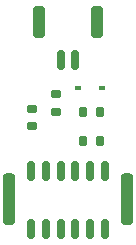
<source format=gbr>
%TF.GenerationSoftware,KiCad,Pcbnew,(5.99.0-9885-g7a8abcadd2)*%
%TF.CreationDate,2021-05-15T19:58:37-05:00*%
%TF.ProjectId,small as5047 encoder breakout,736d616c-6c20-4617-9335-30343720656e,rev?*%
%TF.SameCoordinates,Original*%
%TF.FileFunction,Paste,Top*%
%TF.FilePolarity,Positive*%
%FSLAX46Y46*%
G04 Gerber Fmt 4.6, Leading zero omitted, Abs format (unit mm)*
G04 Created by KiCad (PCBNEW (5.99.0-9885-g7a8abcadd2)) date 2021-05-15 19:58:37*
%MOMM*%
%LPD*%
G01*
G04 APERTURE LIST*
G04 Aperture macros list*
%AMRoundRect*
0 Rectangle with rounded corners*
0 $1 Rounding radius*
0 $2 $3 $4 $5 $6 $7 $8 $9 X,Y pos of 4 corners*
0 Add a 4 corners polygon primitive as box body*
4,1,4,$2,$3,$4,$5,$6,$7,$8,$9,$2,$3,0*
0 Add four circle primitives for the rounded corners*
1,1,$1+$1,$2,$3*
1,1,$1+$1,$4,$5*
1,1,$1+$1,$6,$7*
1,1,$1+$1,$8,$9*
0 Add four rect primitives between the rounded corners*
20,1,$1+$1,$2,$3,$4,$5,0*
20,1,$1+$1,$4,$5,$6,$7,0*
20,1,$1+$1,$6,$7,$8,$9,0*
20,1,$1+$1,$8,$9,$2,$3,0*%
G04 Aperture macros list end*
%ADD10RoundRect,0.150000X0.300000X-0.150000X0.300000X0.150000X-0.300000X0.150000X-0.300000X-0.150000X0*%
%ADD11RoundRect,0.150000X-0.150000X-0.300000X0.150000X-0.300000X0.150000X0.300000X-0.150000X0.300000X0*%
%ADD12RoundRect,0.150000X-0.150000X-0.700000X0.150000X-0.700000X0.150000X0.700000X-0.150000X0.700000X0*%
%ADD13RoundRect,0.250000X-0.250000X-1.150000X0.250000X-1.150000X0.250000X1.150000X-0.250000X1.150000X0*%
%ADD14RoundRect,0.150000X-0.300000X0.150000X-0.300000X-0.150000X0.300000X-0.150000X0.300000X0.150000X0*%
%ADD15R,0.600000X0.450000*%
%ADD16RoundRect,0.150000X0.150000X0.700000X-0.150000X0.700000X-0.150000X-0.700000X0.150000X-0.700000X0*%
%ADD17RoundRect,0.250000X0.250000X1.100000X-0.250000X1.100000X-0.250000X-1.100000X0.250000X-1.100000X0*%
%ADD18RoundRect,0.250000X-0.250000X-1.100000X0.250000X-1.100000X0.250000X1.100000X-0.250000X1.100000X0*%
G04 APERTURE END LIST*
D10*
%TO.C,R1*%
X137500000Y-82000000D03*
X137500000Y-80500000D03*
%TD*%
D11*
%TO.C,C1*%
X139750000Y-82000000D03*
X141250000Y-82000000D03*
%TD*%
%TO.C,C2*%
X139750000Y-84500000D03*
X141250000Y-84500000D03*
%TD*%
D12*
%TO.C,J2*%
X135375000Y-91950000D03*
X136625000Y-91950000D03*
X137875000Y-91950000D03*
X139125000Y-91950000D03*
X140375000Y-91950000D03*
X141625000Y-91950000D03*
D13*
X143475000Y-88600000D03*
X133525000Y-88600000D03*
%TD*%
D14*
%TO.C,D1*%
X135500000Y-81758430D03*
X135500000Y-83258430D03*
%TD*%
D15*
%TO.C,D2*%
X139325000Y-80000000D03*
X141425000Y-80000000D03*
%TD*%
D16*
%TO.C,J1*%
X139125000Y-77600000D03*
X137875000Y-77600000D03*
D17*
X140975000Y-74400000D03*
X136025000Y-74400000D03*
%TD*%
D12*
%TO.C,J3*%
X135375000Y-87050000D03*
X136625000Y-87050000D03*
X137875000Y-87050000D03*
X139125000Y-87050000D03*
X140375000Y-87050000D03*
X141625000Y-87050000D03*
D18*
X133525000Y-90250000D03*
X143475000Y-90250000D03*
%TD*%
M02*

</source>
